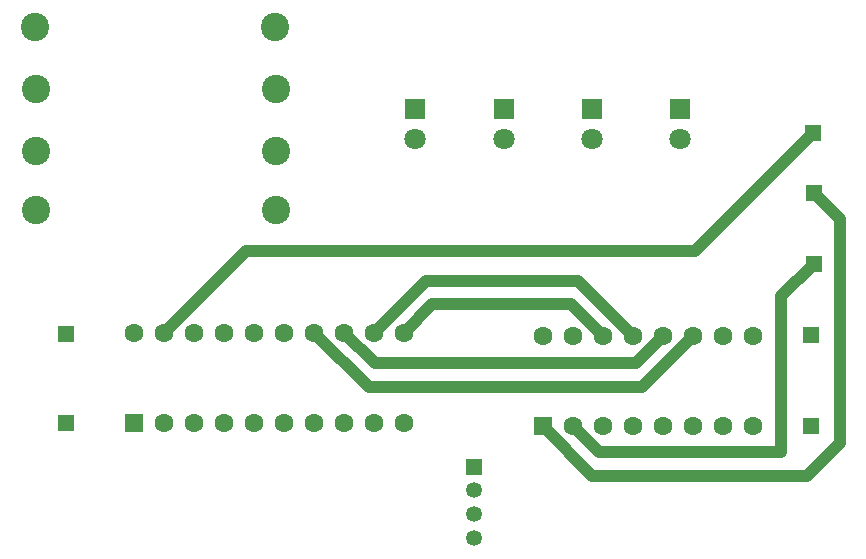
<source format=gbl>
%TF.GenerationSoftware,KiCad,Pcbnew,9.0.3-9.0.3-0~ubuntu22.04.1*%
%TF.CreationDate,2025-07-10T12:20:13+05:30*%
%TF.ProjectId,ProgramCounter,50726f67-7261-46d4-936f-756e7465722e,rev?*%
%TF.SameCoordinates,Original*%
%TF.FileFunction,Copper,L2,Bot*%
%TF.FilePolarity,Positive*%
%FSLAX46Y46*%
G04 Gerber Fmt 4.6, Leading zero omitted, Abs format (unit mm)*
G04 Created by KiCad (PCBNEW 9.0.3-9.0.3-0~ubuntu22.04.1) date 2025-07-10 12:20:13*
%MOMM*%
%LPD*%
G01*
G04 APERTURE LIST*
G04 Aperture macros list*
%AMRoundRect*
0 Rectangle with rounded corners*
0 $1 Rounding radius*
0 $2 $3 $4 $5 $6 $7 $8 $9 X,Y pos of 4 corners*
0 Add a 4 corners polygon primitive as box body*
4,1,4,$2,$3,$4,$5,$6,$7,$8,$9,$2,$3,0*
0 Add four circle primitives for the rounded corners*
1,1,$1+$1,$2,$3*
1,1,$1+$1,$4,$5*
1,1,$1+$1,$6,$7*
1,1,$1+$1,$8,$9*
0 Add four rect primitives between the rounded corners*
20,1,$1+$1,$2,$3,$4,$5,0*
20,1,$1+$1,$4,$5,$6,$7,0*
20,1,$1+$1,$6,$7,$8,$9,0*
20,1,$1+$1,$8,$9,$2,$3,0*%
G04 Aperture macros list end*
%TA.AperFunction,ComponentPad*%
%ADD10C,2.400000*%
%TD*%
%TA.AperFunction,ComponentPad*%
%ADD11RoundRect,0.250000X0.550000X-0.550000X0.550000X0.550000X-0.550000X0.550000X-0.550000X-0.550000X0*%
%TD*%
%TA.AperFunction,ComponentPad*%
%ADD12C,1.600000*%
%TD*%
%TA.AperFunction,ComponentPad*%
%ADD13R,1.800000X1.800000*%
%TD*%
%TA.AperFunction,ComponentPad*%
%ADD14C,1.800000*%
%TD*%
%TA.AperFunction,ComponentPad*%
%ADD15R,1.350000X1.350000*%
%TD*%
%TA.AperFunction,ComponentPad*%
%ADD16C,1.350000*%
%TD*%
%TA.AperFunction,Conductor*%
%ADD17C,1.000000*%
%TD*%
G04 APERTURE END LIST*
D10*
%TO.P,R1,1*%
%TO.N,Net-(GND1-Pin_1)*%
X33430000Y-53000000D03*
%TO.P,R1,2*%
%TO.N,Net-(D1-K)*%
X53750000Y-53000000D03*
%TD*%
D11*
%TO.P,U1,1,A->B*%
%TO.N,Net-(GND1-Pin_1)*%
X41760000Y-71000000D03*
D12*
%TO.P,U1,2,A0*%
%TO.N,unconnected-(U1-A0-Pad2)*%
X44300000Y-71000000D03*
%TO.P,U1,3,A1*%
%TO.N,unconnected-(U1-A1-Pad3)*%
X46840000Y-71000000D03*
%TO.P,U1,4,A2*%
%TO.N,unconnected-(U1-A2-Pad4)*%
X49380000Y-71000000D03*
%TO.P,U1,5,A3*%
%TO.N,unconnected-(U1-A3-Pad5)*%
X51920000Y-71000000D03*
%TO.P,U1,6,A4*%
%TO.N,Net-(BUS1-Pin_4)*%
X54460000Y-71000000D03*
%TO.P,U1,7,A5*%
%TO.N,Net-(BUS1-Pin_3)*%
X57000000Y-71000000D03*
%TO.P,U1,8,A6*%
%TO.N,Net-(BUS1-Pin_2)*%
X59540000Y-71000000D03*
%TO.P,U1,9,A7*%
%TO.N,Net-(BUS1-Pin_1)*%
X62080000Y-71000000D03*
%TO.P,U1,10,GND*%
%TO.N,Net-(GND1-Pin_1)*%
X64620000Y-71000000D03*
%TO.P,U1,11,B7*%
%TO.N,Net-(D4-A)*%
X64620000Y-63380000D03*
%TO.P,U1,12,B6*%
%TO.N,Net-(D3-A)*%
X62080000Y-63380000D03*
%TO.P,U1,13,B5*%
%TO.N,Net-(D2-A)*%
X59540000Y-63380000D03*
%TO.P,U1,14,B4*%
%TO.N,Net-(D1-A)*%
X57000000Y-63380000D03*
%TO.P,U1,15,B3*%
%TO.N,unconnected-(U1-B3-Pad15)*%
X54460000Y-63380000D03*
%TO.P,U1,16,B2*%
%TO.N,unconnected-(U1-B2-Pad16)*%
X51920000Y-63380000D03*
%TO.P,U1,17,B1*%
%TO.N,unconnected-(U1-B1-Pad17)*%
X49380000Y-63380000D03*
%TO.P,U1,18,B0*%
%TO.N,unconnected-(U1-B0-Pad18)*%
X46840000Y-63380000D03*
%TO.P,U1,19,CE*%
%TO.N,Net-(U1-CE)*%
X44300000Y-63380000D03*
%TO.P,U1,20,VCC*%
%TO.N,Net-(U1-VCC)*%
X41760000Y-63380000D03*
%TD*%
D11*
%TO.P,U2,1,~{MR}*%
%TO.N,Net-(U2-~{MR})*%
X76360000Y-71305000D03*
D12*
%TO.P,U2,2,CP*%
%TO.N,Net-(CLK1-Pin_1)*%
X78900000Y-71305000D03*
%TO.P,U2,3,D0*%
%TO.N,Net-(BUS1-Pin_1)*%
X81440000Y-71305000D03*
%TO.P,U2,4,D1*%
%TO.N,Net-(BUS1-Pin_2)*%
X83980000Y-71305000D03*
%TO.P,U2,5,D2*%
%TO.N,Net-(BUS1-Pin_3)*%
X86520000Y-71305000D03*
%TO.P,U2,6,D3*%
%TO.N,Net-(BUS1-Pin_4)*%
X89060000Y-71305000D03*
%TO.P,U2,7,CEP*%
%TO.N,Net-(CE1-Pin_1)*%
X91600000Y-71305000D03*
%TO.P,U2,8,GND*%
%TO.N,Net-(GND1-Pin_1)*%
X94140000Y-71305000D03*
%TO.P,U2,9,~{PE}*%
%TO.N,Net-(U2-~{PE})*%
X94140000Y-63685000D03*
%TO.P,U2,10,CET*%
%TO.N,Net-(CE1-Pin_1)*%
X91600000Y-63685000D03*
%TO.P,U2,11,Q3*%
%TO.N,Net-(D1-A)*%
X89060000Y-63685000D03*
%TO.P,U2,12,Q2*%
%TO.N,Net-(D2-A)*%
X86520000Y-63685000D03*
%TO.P,U2,13,Q1*%
%TO.N,Net-(D3-A)*%
X83980000Y-63685000D03*
%TO.P,U2,14,Q0*%
%TO.N,Net-(D4-A)*%
X81440000Y-63685000D03*
%TO.P,U2,15,TC*%
%TO.N,unconnected-(U2-TC-Pad15)*%
X78900000Y-63685000D03*
%TO.P,U2,16,VCC*%
%TO.N,Net-(U1-VCC)*%
X76360000Y-63685000D03*
%TD*%
D13*
%TO.P,D3,1,K*%
%TO.N,Net-(D3-K)*%
X80500000Y-44475000D03*
D14*
%TO.P,D3,2,A*%
%TO.N,Net-(D3-A)*%
X80500000Y-47015000D03*
%TD*%
D15*
%TO.P,~{CO}1,1,Pin_1*%
%TO.N,Net-(U1-CE)*%
X99250000Y-46500000D03*
%TD*%
%TO.P,GND1,1,Pin_1*%
%TO.N,Net-(GND1-Pin_1)*%
X36000000Y-71000000D03*
%TD*%
%TO.P,~{CLR}1,1,Pin_1*%
%TO.N,Net-(U2-~{MR})*%
X99270000Y-51555000D03*
%TD*%
%TO.P,CLK1,1,Pin_1*%
%TO.N,Net-(CLK1-Pin_1)*%
X99270000Y-57555000D03*
%TD*%
D13*
%TO.P,D2,1,K*%
%TO.N,Net-(D2-K)*%
X73030000Y-44475000D03*
D14*
%TO.P,D2,2,A*%
%TO.N,Net-(D2-A)*%
X73030000Y-47015000D03*
%TD*%
D13*
%TO.P,D4,1,K*%
%TO.N,Net-(D4-K)*%
X87970000Y-44475000D03*
D14*
%TO.P,D4,2,A*%
%TO.N,Net-(D4-A)*%
X87970000Y-47015000D03*
%TD*%
D10*
%TO.P,R2,1*%
%TO.N,Net-(GND1-Pin_1)*%
X33430000Y-48000000D03*
%TO.P,R2,2*%
%TO.N,Net-(D2-K)*%
X53750000Y-48000000D03*
%TD*%
D15*
%TO.P,~{J}1,1,Pin_1*%
%TO.N,Net-(U2-~{PE})*%
X99020000Y-63555000D03*
%TD*%
%TO.P,VCC1,1,Pin_1*%
%TO.N,Net-(U1-VCC)*%
X36000000Y-63500000D03*
%TD*%
D13*
%TO.P,D1,1,K*%
%TO.N,Net-(D1-K)*%
X65560000Y-44475000D03*
D14*
%TO.P,D1,2,A*%
%TO.N,Net-(D1-A)*%
X65560000Y-47015000D03*
%TD*%
D15*
%TO.P,CE1,1,Pin_1*%
%TO.N,Net-(CE1-Pin_1)*%
X99020000Y-71305000D03*
%TD*%
D10*
%TO.P,R4,1*%
%TO.N,Net-(GND1-Pin_1)*%
X33340000Y-37500000D03*
%TO.P,R4,2*%
%TO.N,Net-(D4-K)*%
X53660000Y-37500000D03*
%TD*%
D15*
%TO.P,BUS1,1,Pin_1*%
%TO.N,Net-(BUS1-Pin_1)*%
X70500000Y-74750000D03*
D16*
%TO.P,BUS1,2,Pin_2*%
%TO.N,Net-(BUS1-Pin_2)*%
X70500000Y-76750000D03*
%TO.P,BUS1,3,Pin_3*%
%TO.N,Net-(BUS1-Pin_3)*%
X70500000Y-78750000D03*
%TO.P,BUS1,4,Pin_4*%
%TO.N,Net-(BUS1-Pin_4)*%
X70500000Y-80750000D03*
%TD*%
D10*
%TO.P,R3,1*%
%TO.N,Net-(GND1-Pin_1)*%
X33430000Y-42750000D03*
%TO.P,R3,2*%
%TO.N,Net-(D3-K)*%
X53750000Y-42750000D03*
%TD*%
D17*
%TO.N,Net-(D3-A)*%
X83980000Y-63685000D02*
X79295000Y-59000000D01*
X79295000Y-59000000D02*
X66460000Y-59000000D01*
X66460000Y-59000000D02*
X62080000Y-63380000D01*
%TO.N,Net-(D2-A)*%
X86520000Y-63685000D02*
X84205000Y-66000000D01*
X84205000Y-66000000D02*
X62160000Y-66000000D01*
X62160000Y-66000000D02*
X59540000Y-63380000D01*
%TO.N,Net-(D1-A)*%
X89060000Y-63685000D02*
X84745000Y-68000000D01*
X84745000Y-68000000D02*
X61620000Y-68000000D01*
X61620000Y-68000000D02*
X57000000Y-63380000D01*
%TO.N,Net-(D4-A)*%
X81440000Y-63685000D02*
X78755000Y-61000000D01*
X78755000Y-61000000D02*
X67000000Y-61000000D01*
X67000000Y-61000000D02*
X64620000Y-63380000D01*
%TO.N,Net-(U2-~{MR})*%
X99270000Y-51555000D02*
X101500000Y-53785000D01*
X101500000Y-53785000D02*
X101500000Y-72750000D01*
X101500000Y-72750000D02*
X98750000Y-75500000D01*
X98750000Y-75500000D02*
X80555000Y-75500000D01*
X80555000Y-75500000D02*
X76360000Y-71305000D01*
%TO.N,Net-(CLK1-Pin_1)*%
X81095000Y-73500000D02*
X96500000Y-73500000D01*
X78900000Y-71305000D02*
X81095000Y-73500000D01*
X96500000Y-73500000D02*
X96500000Y-60325000D01*
X96500000Y-60325000D02*
X99270000Y-57555000D01*
%TO.N,Net-(U1-CE)*%
X99250000Y-46500000D02*
X89250000Y-56500000D01*
X89250000Y-56500000D02*
X51180000Y-56500000D01*
X51180000Y-56500000D02*
X44300000Y-63380000D01*
%TD*%
M02*

</source>
